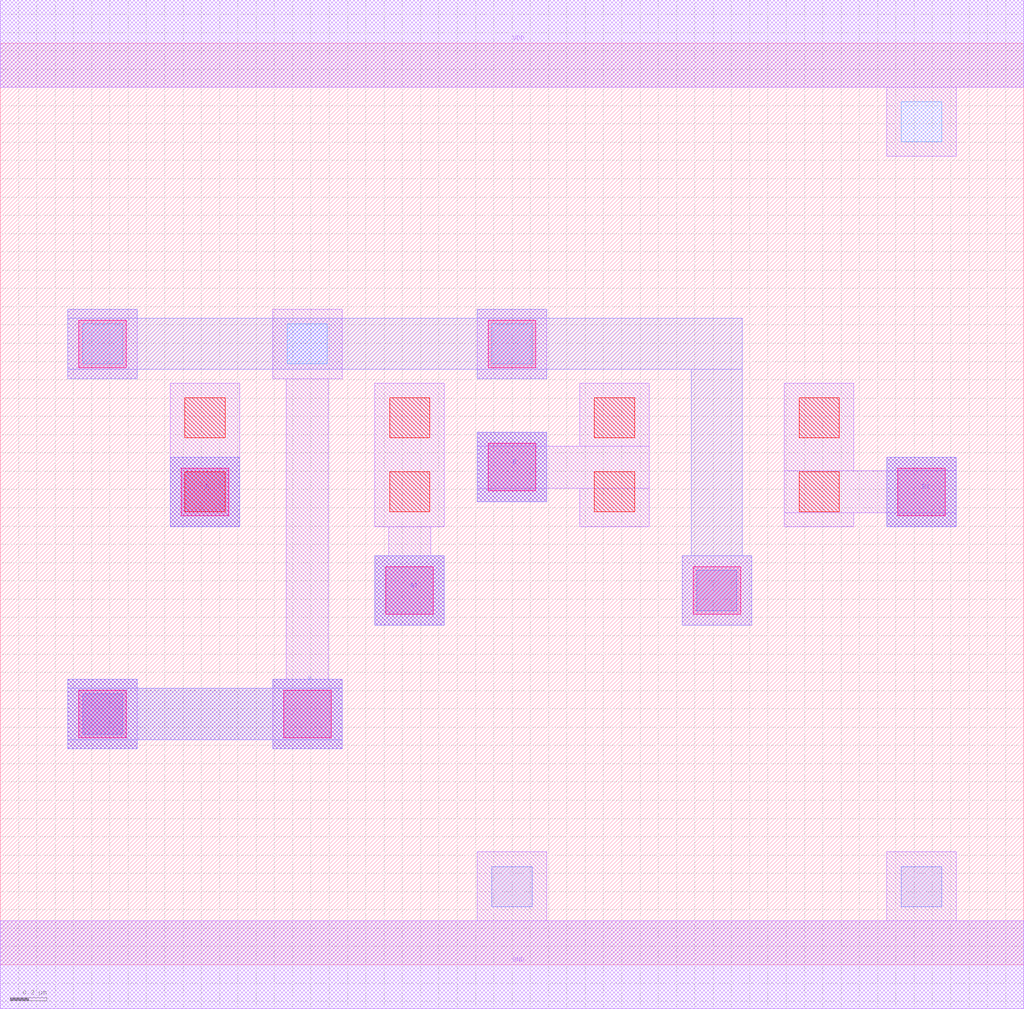
<source format=lef>
MACRO AOI22
 CLASS CORE ;
 FOREIGN AOI22 0 0 ;
 SIZE 5.6000000000000005 BY 5.04 ;
 ORIGIN 0 0 ;
 SYMMETRY X Y R90 ;
 SITE unit ;
  PIN VDD
   DIRECTION INOUT ;
   USE POWER ;
   SHAPE ABUTMENT ;
    PORT
     CLASS CORE ;
       LAYER met1 ;
        RECT 0.00000000 4.80000000 5.60000000 5.28000000 ;
    END
  END VDD

  PIN GND
   DIRECTION INOUT ;
   USE POWER ;
   SHAPE ABUTMENT ;
    PORT
     CLASS CORE ;
       LAYER met1 ;
        RECT 0.00000000 -0.24000000 5.60000000 0.24000000 ;
    END
  END GND

  PIN Y
   DIRECTION INOUT ;
   USE SIGNAL ;
   SHAPE ABUTMENT ;
    PORT
     CLASS CORE ;
       LAYER met2 ;
        RECT 0.37000000 1.18200000 0.75000000 1.23200000 ;
        RECT 1.49000000 1.18200000 1.87000000 1.23200000 ;
        RECT 0.37000000 1.23200000 1.87000000 1.51200000 ;
        RECT 0.37000000 1.51200000 0.75000000 1.56200000 ;
        RECT 1.49000000 1.51200000 1.87000000 1.56200000 ;
    END
  END Y

  PIN A
   DIRECTION INOUT ;
   USE SIGNAL ;
   SHAPE ABUTMENT ;
    PORT
     CLASS CORE ;
       LAYER met2 ;
        RECT 0.93000000 2.39700000 1.31000000 2.77700000 ;
    END
  END A

  PIN B1
   DIRECTION INOUT ;
   USE SIGNAL ;
   SHAPE ABUTMENT ;
    PORT
     CLASS CORE ;
       LAYER met2 ;
        RECT 4.85000000 2.39700000 5.23000000 2.77700000 ;
    END
  END B1

  PIN B
   DIRECTION INOUT ;
   USE SIGNAL ;
   SHAPE ABUTMENT ;
    PORT
     CLASS CORE ;
       LAYER met2 ;
        RECT 2.61000000 2.53200000 2.99000000 2.91200000 ;
    END
  END B

  PIN A1
   DIRECTION INOUT ;
   USE SIGNAL ;
   SHAPE ABUTMENT ;
    PORT
     CLASS CORE ;
       LAYER met2 ;
        RECT 2.05000000 1.85700000 2.43000000 2.23700000 ;
    END
  END A1

 OBS
    LAYER polycont ;
     RECT 1.01000000 2.47700000 1.23000000 2.69700000 ;
     RECT 2.13000000 2.47700000 2.35000000 2.69700000 ;
     RECT 3.25000000 2.47700000 3.47000000 2.69700000 ;
     RECT 4.37000000 2.47700000 4.59000000 2.69700000 ;
     RECT 1.01000000 2.88200000 1.23000000 3.10200000 ;
     RECT 2.13000000 2.88200000 2.35000000 3.10200000 ;
     RECT 3.25000000 2.88200000 3.47000000 3.10200000 ;
     RECT 4.37000000 2.88200000 4.59000000 3.10200000 ;

    LAYER pdiffc ;
     RECT 0.45000000 3.28700000 0.67000000 3.50700000 ;
     RECT 1.57000000 3.28700000 1.79000000 3.50700000 ;
     RECT 2.69000000 3.28700000 2.91000000 3.50700000 ;
     RECT 4.93000000 4.50200000 5.15000000 4.72200000 ;

    LAYER ndiffc ;
     RECT 2.69000000 0.31700000 2.91000000 0.53700000 ;
     RECT 4.93000000 0.31700000 5.15000000 0.53700000 ;
     RECT 0.45000000 1.26200000 0.67000000 1.48200000 ;
     RECT 3.81000000 1.93700000 4.03000000 2.15700000 ;

    LAYER met1 ;
     RECT 0.00000000 -0.24000000 5.60000000 0.24000000 ;
     RECT 2.61000000 0.24000000 2.99000000 0.61700000 ;
     RECT 4.85000000 0.24000000 5.23000000 0.61700000 ;
     RECT 0.37000000 1.18200000 0.75000000 1.56200000 ;
     RECT 3.73000000 1.85700000 4.11000000 2.23700000 ;
     RECT 0.93000000 2.39700000 1.31000000 3.18200000 ;
     RECT 2.05000000 1.85700000 2.43000000 2.23700000 ;
     RECT 2.12500000 2.23700000 2.35500000 2.39700000 ;
     RECT 2.05000000 2.39700000 2.43000000 3.18200000 ;
     RECT 2.61000000 2.53200000 2.99000000 2.60700000 ;
     RECT 3.17000000 2.39700000 3.55000000 2.60700000 ;
     RECT 2.61000000 2.60700000 3.55000000 2.83700000 ;
     RECT 2.61000000 2.83700000 2.99000000 2.91200000 ;
     RECT 3.17000000 2.83700000 3.55000000 3.18200000 ;
     RECT 4.29000000 2.39700000 4.67000000 2.47200000 ;
     RECT 4.85000000 2.39700000 5.23000000 2.47200000 ;
     RECT 4.29000000 2.47200000 5.23000000 2.70200000 ;
     RECT 4.85000000 2.70200000 5.23000000 2.77700000 ;
     RECT 4.29000000 2.70200000 4.67000000 3.18200000 ;
     RECT 0.37000000 3.20700000 0.75000000 3.58700000 ;
     RECT 1.49000000 1.18200000 1.87000000 1.56200000 ;
     RECT 1.56500000 1.56200000 1.79500000 3.20700000 ;
     RECT 1.49000000 3.20700000 1.87000000 3.58700000 ;
     RECT 2.61000000 3.20700000 2.99000000 3.58700000 ;
     RECT 4.85000000 4.42200000 5.23000000 4.80000000 ;
     RECT 0.00000000 4.80000000 5.60000000 5.28000000 ;

    LAYER via1 ;
     RECT 0.43000000 1.24200000 0.69000000 1.50200000 ;
     RECT 1.55000000 1.24200000 1.81000000 1.50200000 ;
     RECT 2.11000000 1.91700000 2.37000000 2.17700000 ;
     RECT 3.79000000 1.91700000 4.05000000 2.17700000 ;
     RECT 0.99000000 2.45700000 1.25000000 2.71700000 ;
     RECT 4.91000000 2.45700000 5.17000000 2.71700000 ;
     RECT 2.67000000 2.59200000 2.93000000 2.85200000 ;
     RECT 0.43000000 3.26700000 0.69000000 3.52700000 ;
     RECT 2.67000000 3.26700000 2.93000000 3.52700000 ;

    LAYER met2 ;
     RECT 0.37000000 1.18200000 0.75000000 1.23200000 ;
     RECT 1.49000000 1.18200000 1.87000000 1.23200000 ;
     RECT 0.37000000 1.23200000 1.87000000 1.51200000 ;
     RECT 0.37000000 1.51200000 0.75000000 1.56200000 ;
     RECT 1.49000000 1.51200000 1.87000000 1.56200000 ;
     RECT 2.05000000 1.85700000 2.43000000 2.23700000 ;
     RECT 0.93000000 2.39700000 1.31000000 2.77700000 ;
     RECT 4.85000000 2.39700000 5.23000000 2.77700000 ;
     RECT 2.61000000 2.53200000 2.99000000 2.91200000 ;
     RECT 3.73000000 1.85700000 4.11000000 2.23700000 ;
     RECT 0.37000000 3.20700000 0.75000000 3.25700000 ;
     RECT 2.61000000 3.20700000 2.99000000 3.25700000 ;
     RECT 3.78000000 2.23700000 4.06000000 3.25700000 ;
     RECT 0.37000000 3.25700000 4.06000000 3.53700000 ;
     RECT 0.37000000 3.53700000 0.75000000 3.58700000 ;
     RECT 2.61000000 3.53700000 2.99000000 3.58700000 ;

 END
END AOI22

</source>
